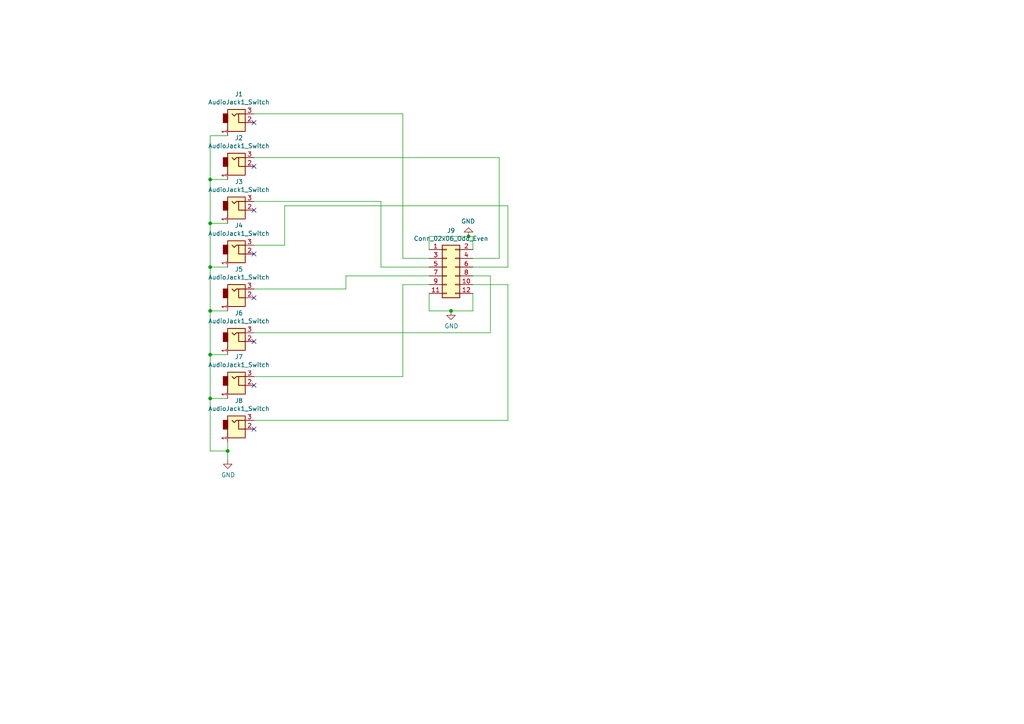
<source format=kicad_sch>
(kicad_sch (version 20250114) (generator "eeschema") (generator_version "9.0")
  (paper "A4")
  (lib_symbols
    (symbol "Connector_Generic:Conn_02x06_Odd_Even" (pin_names (offset 1.016) (hide yes))
      (property "Reference" "J" (at 1.27 7.62 0))
      (property "Value" "Conn_02x06_Odd_Even" (at 1.27 -10.16 0))
      (symbol "Conn_02x06_Odd_Even_1_1"
        (rectangle (start -1.27 6.35) (end 3.81 -8.89) (stroke (width 0.254)) (fill (type background)))
        (rectangle (start -1.27 5.207) (end 0 4.953) (stroke (width 0.1524)))
        (rectangle (start -1.27 2.667) (end 0 2.413) (stroke (width 0.1524)))
        (rectangle (start -1.27 0.127) (end 0 -0.127) (stroke (width 0.1524)))
        (rectangle (start -1.27 -2.413) (end 0 -2.667) (stroke (width 0.1524)))
        (rectangle (start -1.27 -4.953) (end 0 -5.207) (stroke (width 0.1524)))
        (rectangle (start -1.27 -7.493) (end 0 -7.747) (stroke (width 0.1524)))
        (rectangle (start 3.81 5.207) (end 2.54 4.953) (stroke (width 0.1524)))
        (rectangle (start 3.81 2.667) (end 2.54 2.413) (stroke (width 0.1524)))
        (rectangle (start 3.81 0.127) (end 2.54 -0.127) (stroke (width 0.1524)))
        (rectangle (start 3.81 -2.413) (end 2.54 -2.667) (stroke (width 0.1524)))
        (rectangle (start 3.81 -4.953) (end 2.54 -5.207) (stroke (width 0.1524)))
        (rectangle (start 3.81 -7.493) (end 2.54 -7.747) (stroke (width 0.1524)))
        (pin passive line (at -5.08 5.08 0) (length 3.81) (name "Pin_1") (number "1"))
        (pin passive line (at -5.08 2.54 0) (length 3.81) (name "Pin_3") (number "3"))
        (pin passive line (at -5.08 0 0) (length 3.81) (name "Pin_5") (number "5"))
        (pin passive line (at -5.08 -2.54 0) (length 3.81) (name "Pin_7") (number "7"))
        (pin passive line (at -5.08 -5.08 0) (length 3.81) (name "Pin_9") (number "9"))
        (pin passive line (at -5.08 -7.62 0) (length 3.81) (name "Pin_11") (number "11"))
        (pin passive line (at 7.62 5.08 180) (length 3.81) (name "Pin_2") (number "2"))
        (pin passive line (at 7.62 2.54 180) (length 3.81) (name "Pin_4") (number "4"))
        (pin passive line (at 7.62 0 180) (length 3.81) (name "Pin_6") (number "6"))
        (pin passive line (at 7.62 -2.54 180) (length 3.81) (name "Pin_8") (number "8"))
        (pin passive line (at 7.62 -5.08 180) (length 3.81) (name "Pin_10") (number "10"))
        (pin passive line (at 7.62 -7.62 180) (length 3.81) (name "Pin_12") (number "12"))
      )
    )
    (symbol "Custom_Lib:AudioJack1_Switch"
      (property "Reference" "J" (at 0 8.89 0))
      (property "Value" "Custom_Lib_AudioJack1_Switch" (at 0 6.35 0))
      (symbol "AudioJack1_Switch_0_1"
        (rectangle (start -2.54 0) (end -3.81 2.54) (stroke (width 0.254)) (fill (type outline)))
        (polyline (pts (xy -1.27 2.54) (xy -0.635 1.905) (xy 0 2.54) (xy 2.54 2.54)) (stroke (width 0.254)))
        (polyline (pts (xy 0.635 2.54) (xy 0.635 0) (xy 2.54 0)) (stroke (width 0.254)))
        (rectangle (start 2.54 3.81) (end -2.54 -2.54) (stroke (width 0.254)) (fill (type background)))
      )
      (symbol "AudioJack1_Switch_1_1"
        (pin passive line (at -2.54 -3.81 90) (length 2.54) (name "~") (number "1"))
        (pin passive line (at 5.08 2.54 180) (length 2.54) (name "~") (number "3"))
        (pin passive line (at 5.08 0 180) (length 2.54) (name "~") (number "2"))
      )
    )
    (symbol "power:GND" (power) (pin_names (offset 0))
      (property "Value" "GND" (at 0 -3.81 0))
      (symbol "GND_0_1"
        (polyline (pts (xy 0 0) (xy 0 -1.27) (xy 1.27 -1.27) (xy 0 -2.54) (xy -1.27 -1.27) (xy 0 -1.27)))
      )
      (symbol "GND_1_1"
        (pin power_in line (at 0 0 270) (length 0) (hide yes) (name "GND") (number "1"))
      )
    )
  )
  (junction (at 60.96 115.57))
  (junction (at 60.96 52.07))
  (junction (at 60.96 102.87))
  (junction (at 66.04 130.81))
  (junction (at 130.81 90.17))
  (junction (at 135.89 68.58))
  (junction (at 60.96 77.47))
  (junction (at 60.96 64.77))
  (junction (at 60.96 90.17))
  (no_connect (at 73.66 60.96))
  (no_connect (at 73.66 99.06))
  (no_connect (at 73.66 86.36))
  (no_connect (at 73.66 124.46))
  (no_connect (at 73.66 35.56))
  (no_connect (at 73.66 111.76))
  (no_connect (at 73.66 73.66))
  (no_connect (at 73.66 48.26))
  (wire (pts (xy 60.96 115.57) (xy 60.96 102.87)))
  (wire (pts (xy 66.04 77.47) (xy 60.96 77.47)))
  (wire (pts (xy 66.04 102.87) (xy 60.96 102.87)))
  (wire (pts (xy 116.84 82.55) (xy 124.46 82.55)))
  (wire (pts (xy 147.32 82.55) (xy 137.16 82.55)))
  (wire (pts (xy 60.96 90.17) (xy 60.96 77.47)))
  (wire (pts (xy 73.66 33.02) (xy 116.84 33.02)))
  (wire (pts (xy 147.32 59.69) (xy 147.32 77.47)))
  (wire (pts (xy 66.04 130.81) (xy 60.96 130.81)))
  (wire (pts (xy 60.96 64.77) (xy 60.96 52.07)))
  (wire (pts (xy 137.16 90.17) (xy 130.81 90.17)))
  (wire (pts (xy 137.16 68.58) (xy 137.16 72.39)))
  (wire (pts (xy 73.66 121.92) (xy 147.32 121.92)))
  (wire (pts (xy 73.66 96.52) (xy 142.24 96.52)))
  (wire (pts (xy 142.24 96.52) (xy 142.24 80.01)))
  (wire (pts (xy 110.49 58.42) (xy 110.49 77.47)))
  (wire (pts (xy 124.46 90.17) (xy 130.81 90.17)))
  (wire (pts (xy 137.16 85.09) (xy 137.16 90.17)))
  (wire (pts (xy 60.96 39.37) (xy 66.04 39.37)))
  (wire (pts (xy 66.04 52.07) (xy 60.96 52.07)))
  (wire (pts (xy 66.04 133.35) (xy 66.04 130.81)))
  (wire (pts (xy 82.55 71.12) (xy 73.66 71.12)))
  (wire (pts (xy 66.04 64.77) (xy 60.96 64.77)))
  (wire (pts (xy 137.16 74.93) (xy 144.78 74.93)))
  (wire (pts (xy 116.84 74.93) (xy 124.46 74.93)))
  (wire (pts (xy 100.33 80.01) (xy 124.46 80.01)))
  (wire (pts (xy 100.33 83.82) (xy 100.33 80.01)))
  (wire (pts (xy 116.84 109.22) (xy 116.84 82.55)))
  (wire (pts (xy 60.96 52.07) (xy 60.96 39.37)))
  (wire (pts (xy 73.66 58.42) (xy 110.49 58.42)))
  (wire (pts (xy 66.04 115.57) (xy 60.96 115.57)))
  (wire (pts (xy 116.84 74.93) (xy 116.84 33.02)))
  (wire (pts (xy 73.66 45.72) (xy 144.78 45.72)))
  (wire (pts (xy 66.04 130.81) (xy 66.04 128.27)))
  (wire (pts (xy 142.24 80.01) (xy 137.16 80.01)))
  (wire (pts (xy 82.55 59.69) (xy 82.55 71.12)))
  (wire (pts (xy 147.32 121.92) (xy 147.32 82.55)))
  (wire (pts (xy 73.66 109.22) (xy 116.84 109.22)))
  (wire (pts (xy 124.46 85.09) (xy 124.46 90.17)))
  (wire (pts (xy 110.49 77.47) (xy 124.46 77.47)))
  (wire (pts (xy 60.96 102.87) (xy 60.96 90.17)))
  (wire (pts (xy 147.32 77.47) (xy 137.16 77.47)))
  (wire (pts (xy 66.04 90.17) (xy 60.96 90.17)))
  (wire (pts (xy 124.46 72.39) (xy 124.46 68.58)))
  (wire (pts (xy 144.78 45.72) (xy 144.78 74.93)))
  (wire (pts (xy 73.66 83.82) (xy 100.33 83.82)))
  (wire (pts (xy 147.32 59.69) (xy 82.55 59.69)))
  (wire (pts (xy 135.89 68.58) (xy 137.16 68.58)))
  (wire (pts (xy 60.96 77.47) (xy 60.96 64.77)))
  (wire (pts (xy 124.46 68.58) (xy 135.89 68.58)))
  (wire (pts (xy 60.96 130.81) (xy 60.96 115.57)))
  (symbol (lib_id "Custom_Lib:AudioJack1_Switch") (at 68.58 35.56 0) (unit 1)
    (property "Reference" "J1" (at 69.2912 27.305 0))
    (property "Value" "AudioJack1_Switch" (at 69.2912 29.6164 0))
    (property "Footprint" "Custom_Library:Mono_Jack_3.5mm_Switch_Switchcraft_35RAPC2AH3" (effects (hide yes)))
  )
  (symbol (lib_id "Custom_Lib:AudioJack1_Switch") (at 68.58 48.26 0) (unit 1)
    (property "Reference" "J2" (at 69.2912 40.005 0))
    (property "Value" "AudioJack1_Switch" (at 69.2912 42.3164 0))
    (property "Footprint" "Custom_Library:Mono_Jack_3.5mm_Switch_Switchcraft_35RAPC2AH3" (effects (hide yes)))
  )
  (symbol (lib_id "Custom_Lib:AudioJack1_Switch") (at 68.58 60.96 0) (unit 1)
    (property "Reference" "J3" (at 69.2912 52.705 0))
    (property "Value" "AudioJack1_Switch" (at 69.2912 55.0164 0))
    (property "Footprint" "Custom_Library:Mono_Jack_3.5mm_Switch_Switchcraft_35RAPC2AH3" (effects (hide yes)))
  )
  (symbol (lib_id "Custom_Lib:AudioJack1_Switch") (at 68.58 73.66 0) (unit 1)
    (property "Reference" "J4" (at 69.2912 65.405 0))
    (property "Value" "AudioJack1_Switch" (at 69.2912 67.7164 0))
    (property "Footprint" "Custom_Library:Mono_Jack_3.5mm_Switch_Switchcraft_35RAPC2AH3" (effects (hide yes)))
  )
  (symbol (lib_id "Connector_Generic:Conn_02x06_Odd_Even") (at 129.54 77.47 0) (unit 1)
    (property "Reference" "J9" (at 130.81 66.8782 0))
    (property "Value" "Conn_02x06_Odd_Even" (at 130.81 69.1896 0))
    (property "Footprint" "Pin_Headers:Pin_Header_Straight_2x06_Pitch2.54mm" (effects (hide yes)))
  )
  (symbol (lib_id "power:GND") (at 135.89 68.58 180) (unit 1)
    (property "Reference" "#PWR0101" (effects (hide yes)))
    (property "Value" "GND" (at 135.763 64.1858 0))
  )
  (symbol (lib_id "Custom_Lib:AudioJack1_Switch") (at 68.58 86.36 0) (unit 1)
    (property "Reference" "J5" (at 69.2912 78.105 0))
    (property "Value" "AudioJack1_Switch" (at 69.2912 80.4164 0))
    (property "Footprint" "Custom_Library:Mono_Jack_3.5mm_Switch_Switchcraft_35RAPC2AH3" (effects (hide yes)))
  )
  (symbol (lib_id "Custom_Lib:AudioJack1_Switch") (at 68.58 99.06 0) (unit 1)
    (property "Reference" "J6" (at 69.2912 90.805 0))
    (property "Value" "AudioJack1_Switch" (at 69.2912 93.1164 0))
    (property "Footprint" "Custom_Library:Mono_Jack_3.5mm_Switch_Switchcraft_35RAPC2AH3" (effects (hide yes)))
  )
  (symbol (lib_id "Custom_Lib:AudioJack1_Switch") (at 68.58 111.76 0) (unit 1)
    (property "Reference" "J7" (at 69.2912 103.505 0))
    (property "Value" "AudioJack1_Switch" (at 69.2912 105.8164 0))
    (property "Footprint" "Custom_Library:Mono_Jack_3.5mm_Switch_Switchcraft_35RAPC2AH3" (effects (hide yes)))
  )
  (symbol (lib_id "Custom_Lib:AudioJack1_Switch") (at 68.58 124.46 0) (unit 1)
    (property "Reference" "J8" (at 69.2912 116.205 0))
    (property "Value" "AudioJack1_Switch" (at 69.2912 118.5164 0))
    (property "Footprint" "Custom_Library:Mono_Jack_3.5mm_Switch_Switchcraft_35RAPC2AH3" (effects (hide yes)))
  )
  (symbol (lib_id "power:GND") (at 66.04 133.35 0) (unit 1)
    (property "Reference" "#PWR01" (effects (hide yes)))
    (property "Value" "GND" (at 66.167 137.7442 0))
  )
  (symbol (lib_id "power:GND") (at 130.81 90.17 0) (unit 1)
    (property "Reference" "#PWR02" (effects (hide yes)))
    (property "Value" "GND" (at 130.937 94.5642 0))
  )
)
</source>
